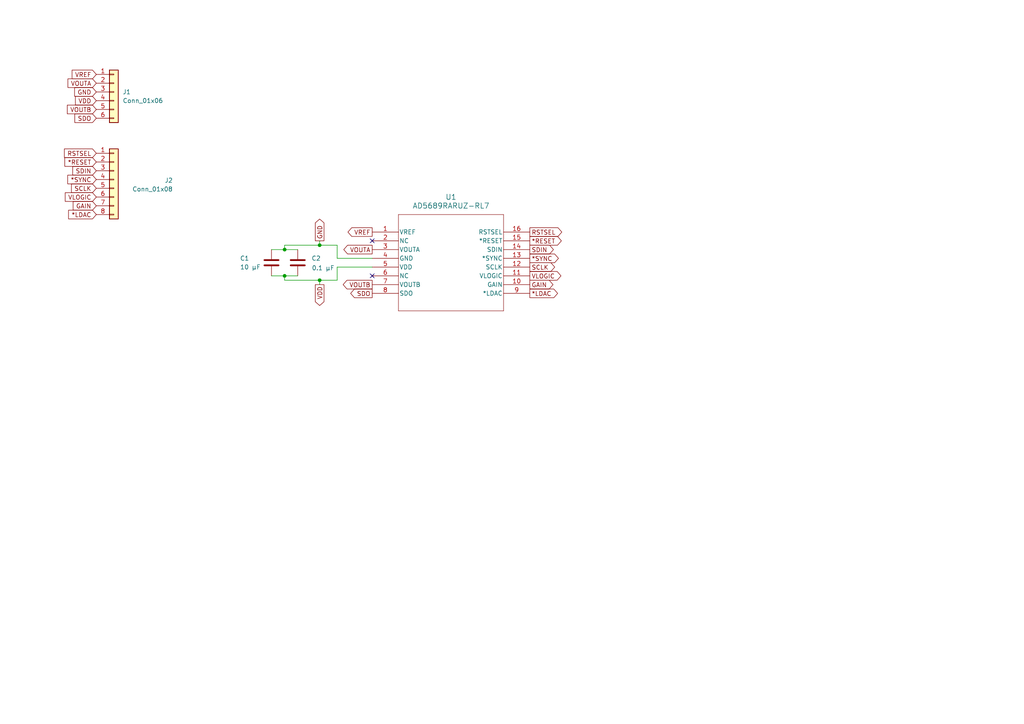
<source format=kicad_sch>
(kicad_sch (version 20250114) (generator "eeschema") (generator_version "9.0")
  (paper "A4")
  (lib_symbols
    (symbol "AD5689RARUZ-RL7_sym_lib:AD5689RARUZ-RL7" (pin_names (offset 0.254))
      (property "Reference" "U" (at 22.86 10.16 0))
      (property "Value" "AD5689RARUZ-RL7" (at 22.86 7.62 0))
      (symbol "AD5689RARUZ-RL7_0_1"
        (polyline (pts (xy 7.62 5.08) (xy 7.62 -22.86)) (stroke (width 0.127)))
        (polyline (pts (xy 7.62 -22.86) (xy 38.1 -22.86)) (stroke (width 0.127)))
        (polyline (pts (xy 38.1 5.08) (xy 7.62 5.08)) (stroke (width 0.127)))
        (polyline (pts (xy 38.1 -22.86) (xy 38.1 5.08)) (stroke (width 0.127)))
        (pin input line (at 0 0 0) (length 7.62) (name "VREF") (number "1"))
        (pin no_connect line (at 0 -2.54 0) (length 7.62) (name "NC") (number "2"))
        (pin output line (at 0 -5.08 0) (length 7.62) (name "VOUTA") (number "3"))
        (pin power_in line (at 0 -7.62 0) (length 7.62) (name "GND") (number "4"))
        (pin power_in line (at 0 -10.16 0) (length 7.62) (name "VDD") (number "5"))
        (pin no_connect line (at 0 -12.7 0) (length 7.62) (name "NC") (number "6"))
        (pin output line (at 0 -15.24 0) (length 7.62) (name "VOUTB") (number "7"))
        (pin output line (at 0 -17.78 0) (length 7.62) (name "SDO") (number "8"))
        (pin unspecified line (at 45.72 0 180) (length 7.62) (name "RSTSEL") (number "16"))
        (pin input line (at 45.72 -2.54 180) (length 7.62) (name "*RESET") (number "15"))
        (pin input line (at 45.72 -5.08 180) (length 7.62) (name "SDIN") (number "14"))
        (pin input line (at 45.72 -7.62 180) (length 7.62) (name "*SYNC") (number "13"))
        (pin input line (at 45.72 -10.16 180) (length 7.62) (name "SCLK") (number "12"))
        (pin power_in line (at 45.72 -12.7 180) (length 7.62) (name "VLOGIC") (number "11"))
        (pin output line (at 45.72 -15.24 180) (length 7.62) (name "GAIN") (number "10"))
        (pin input line (at 45.72 -17.78 180) (length 7.62) (name "*LDAC") (number "9"))
      )
    )
    (symbol "Connector_Generic:Conn_01x06" (pin_names (offset 1.016) (hide yes))
      (property "Reference" "J" (at 0 7.62 0))
      (property "Value" "Conn_01x06" (at 0 -10.16 0))
      (symbol "Conn_01x06_1_1"
        (rectangle (start -1.27 6.35) (end 1.27 -8.89) (stroke (width 0.254)) (fill (type background)))
        (rectangle (start -1.27 5.207) (end 0 4.953) (stroke (width 0.1524)))
        (rectangle (start -1.27 2.667) (end 0 2.413) (stroke (width 0.1524)))
        (rectangle (start -1.27 0.127) (end 0 -0.127) (stroke (width 0.1524)))
        (rectangle (start -1.27 -2.413) (end 0 -2.667) (stroke (width 0.1524)))
        (rectangle (start -1.27 -4.953) (end 0 -5.207) (stroke (width 0.1524)))
        (rectangle (start -1.27 -7.493) (end 0 -7.747) (stroke (width 0.1524)))
        (pin passive line (at -5.08 5.08 0) (length 3.81) (name "Pin_1") (number "1"))
        (pin passive line (at -5.08 2.54 0) (length 3.81) (name "Pin_2") (number "2"))
        (pin passive line (at -5.08 0 0) (length 3.81) (name "Pin_3") (number "3"))
        (pin passive line (at -5.08 -2.54 0) (length 3.81) (name "Pin_4") (number "4"))
        (pin passive line (at -5.08 -5.08 0) (length 3.81) (name "Pin_5") (number "5"))
        (pin passive line (at -5.08 -7.62 0) (length 3.81) (name "Pin_6") (number "6"))
      )
    )
    (symbol "Connector_Generic:Conn_01x08" (pin_names (offset 1.016) (hide yes))
      (property "Reference" "J" (at 0 10.16 0))
      (property "Value" "Conn_01x08" (at 0 -12.7 0))
      (symbol "Conn_01x08_1_1"
        (rectangle (start -1.27 8.89) (end 1.27 -11.43) (stroke (width 0.254)) (fill (type background)))
        (rectangle (start -1.27 7.747) (end 0 7.493) (stroke (width 0.1524)))
        (rectangle (start -1.27 5.207) (end 0 4.953) (stroke (width 0.1524)))
        (rectangle (start -1.27 2.667) (end 0 2.413) (stroke (width 0.1524)))
        (rectangle (start -1.27 0.127) (end 0 -0.127) (stroke (width 0.1524)))
        (rectangle (start -1.27 -2.413) (end 0 -2.667) (stroke (width 0.1524)))
        (rectangle (start -1.27 -4.953) (end 0 -5.207) (stroke (width 0.1524)))
        (rectangle (start -1.27 -7.493) (end 0 -7.747) (stroke (width 0.1524)))
        (rectangle (start -1.27 -10.033) (end 0 -10.287) (stroke (width 0.1524)))
        (pin passive line (at -5.08 7.62 0) (length 3.81) (name "Pin_1") (number "1"))
        (pin passive line (at -5.08 5.08 0) (length 3.81) (name "Pin_2") (number "2"))
        (pin passive line (at -5.08 2.54 0) (length 3.81) (name "Pin_3") (number "3"))
        (pin passive line (at -5.08 0 0) (length 3.81) (name "Pin_4") (number "4"))
        (pin passive line (at -5.08 -2.54 0) (length 3.81) (name "Pin_5") (number "5"))
        (pin passive line (at -5.08 -5.08 0) (length 3.81) (name "Pin_6") (number "6"))
        (pin passive line (at -5.08 -7.62 0) (length 3.81) (name "Pin_7") (number "7"))
        (pin passive line (at -5.08 -10.16 0) (length 3.81) (name "Pin_8") (number "8"))
      )
    )
    (symbol "Device:C" (pin_numbers (hide yes)) (pin_names (offset 0.254))
      (property "Reference" "C" (at 0.635 2.54 0))
      (property "Value" "C" (at 0.635 -2.54 0))
      (symbol "C_0_1"
        (polyline (pts (xy -2.032 0.762) (xy 2.032 0.762)) (stroke (width 0.508)))
        (polyline (pts (xy -2.032 -0.762) (xy 2.032 -0.762)) (stroke (width 0.508)))
      )
      (symbol "C_1_1"
        (pin passive line (at 0 3.81 270) (length 2.794) (name "~") (number "1"))
        (pin passive line (at 0 -3.81 90) (length 2.794) (name "~") (number "2"))
      )
    )
  )
  (junction (at 92.71 81.28))
  (junction (at 82.55 72.39))
  (junction (at 82.55 80.01))
  (junction (at 92.71 71.12))
  (no_connect (at 107.95 69.85))
  (no_connect (at 107.95 80.01))
  (wire (pts (xy 97.79 74.93) (xy 107.95 74.93)))
  (wire (pts (xy 82.55 72.39) (xy 86.36 72.39)))
  (wire (pts (xy 92.71 81.28) (xy 97.79 81.28)))
  (wire (pts (xy 82.55 71.12) (xy 92.71 71.12)))
  (wire (pts (xy 97.79 71.12) (xy 97.79 74.93)))
  (wire (pts (xy 78.74 72.39) (xy 82.55 72.39)))
  (wire (pts (xy 92.71 69.85) (xy 92.71 71.12)))
  (wire (pts (xy 92.71 71.12) (xy 97.79 71.12)))
  (wire (pts (xy 82.55 72.39) (xy 82.55 71.12)))
  (wire (pts (xy 82.55 80.01) (xy 86.36 80.01)))
  (wire (pts (xy 92.71 82.55) (xy 92.71 81.28)))
  (wire (pts (xy 82.55 80.01) (xy 82.55 81.28)))
  (wire (pts (xy 82.55 81.28) (xy 92.71 81.28)))
  (wire (pts (xy 97.79 77.47) (xy 97.79 81.28)))
  (wire (pts (xy 97.79 77.47) (xy 107.95 77.47)))
  (wire (pts (xy 78.74 80.01) (xy 82.55 80.01)))
  (global_label "SCLK" (shape input) (at 27.94 54.61 180) (property "Intersheetrefs" "${INTERSHEET_REFS}" (effects (hide yes))))
  (global_label "*LDAC" (shape output) (at 153.67 85.09 0) (property "Intersheetrefs" "${INTERSHEET_REFS}" (effects (hide yes))))
  (global_label "SDIN" (shape input) (at 27.94 49.53 180) (property "Intersheetrefs" "${INTERSHEET_REFS}" (effects (hide yes))))
  (global_label "GAIN" (shape output) (at 153.67 82.55 0) (property "Intersheetrefs" "${INTERSHEET_REFS}" (effects (hide yes))))
  (global_label "GND" (shape output) (at 92.71 69.85 90) (property "Intersheetrefs" "${INTERSHEET_REFS}" (effects (hide yes))))
  (global_label "*RESET" (shape input) (at 27.94 46.99 180) (property "Intersheetrefs" "${INTERSHEET_REFS}" (effects (hide yes))))
  (global_label "*LDAC" (shape input) (at 27.94 62.23 180) (property "Intersheetrefs" "${INTERSHEET_REFS}" (effects (hide yes))))
  (global_label "VOUTB" (shape input) (at 27.94 31.75 180) (property "Intersheetrefs" "${INTERSHEET_REFS}" (effects (hide yes))))
  (global_label "SCLK" (shape output) (at 153.67 77.47 0) (property "Intersheetrefs" "${INTERSHEET_REFS}" (effects (hide yes))))
  (global_label "VREF" (shape output) (at 107.95 67.31 180) (property "Intersheetrefs" "${INTERSHEET_REFS}" (effects (hide yes))))
  (global_label "*SYNC" (shape input) (at 27.94 52.07 180) (property "Intersheetrefs" "${INTERSHEET_REFS}" (effects (hide yes))))
  (global_label "GAIN" (shape input) (at 27.94 59.69 180) (property "Intersheetrefs" "${INTERSHEET_REFS}" (effects (hide yes))))
  (global_label "VOUTA" (shape input) (at 27.94 24.13 180) (property "Intersheetrefs" "${INTERSHEET_REFS}" (effects (hide yes))))
  (global_label "VOUTA" (shape output) (at 107.95 72.39 180) (property "Intersheetrefs" "${INTERSHEET_REFS}" (effects (hide yes))))
  (global_label "SDO" (shape output) (at 107.95 85.09 180) (property "Intersheetrefs" "${INTERSHEET_REFS}" (effects (hide yes))))
  (global_label "RSTSEL" (shape input) (at 27.94 44.45 180) (property "Intersheetrefs" "${INTERSHEET_REFS}" (effects (hide yes))))
  (global_label "VLOGIC" (shape input) (at 27.94 57.15 180) (property "Intersheetrefs" "${INTERSHEET_REFS}" (effects (hide yes))))
  (global_label "*RESET" (shape output) (at 153.67 69.85 0) (property "Intersheetrefs" "${INTERSHEET_REFS}" (effects (hide yes))))
  (global_label "VLOGIC" (shape output) (at 153.67 80.01 0) (property "Intersheetrefs" "${INTERSHEET_REFS}" (effects (hide yes))))
  (global_label "VDD" (shape input) (at 27.94 29.21 180) (property "Intersheetrefs" "${INTERSHEET_REFS}" (effects (hide yes))))
  (global_label "VDD" (shape output) (at 92.71 82.55 270) (property "Intersheetrefs" "${INTERSHEET_REFS}" (effects (hide yes))))
  (global_label "SDO" (shape input) (at 27.94 34.29 180) (property "Intersheetrefs" "${INTERSHEET_REFS}" (effects (hide yes))))
  (global_label "GND" (shape input) (at 27.94 26.67 180) (property "Intersheetrefs" "${INTERSHEET_REFS}" (effects (hide yes))))
  (global_label "VOUTB" (shape output) (at 107.95 82.55 180) (property "Intersheetrefs" "${INTERSHEET_REFS}" (effects (hide yes))))
  (global_label "SDIN" (shape output) (at 153.67 72.39 0) (property "Intersheetrefs" "${INTERSHEET_REFS}" (effects (hide yes))))
  (global_label "*SYNC" (shape output) (at 153.67 74.93 0) (property "Intersheetrefs" "${INTERSHEET_REFS}" (effects (hide yes))))
  (global_label "VREF" (shape input) (at 27.94 21.59 180) (property "Intersheetrefs" "${INTERSHEET_REFS}" (effects (hide yes))))
  (global_label "RSTSEL" (shape output) (at 153.67 67.31 0) (property "Intersheetrefs" "${INTERSHEET_REFS}" (effects (hide yes))))
  (symbol (lib_id "AD5689RARUZ-RL7_sym_lib:AD5689RARUZ-RL7") (at 107.95 67.31 0) (unit 1)
    (property "Reference" "U1" (at 130.81 57.15 0) (effects (font (size 1.524 1.524))))
    (property "Value" "AD5689RARUZ-RL7" (at 130.81 59.69 0) (effects (font (size 1.524 1.524))))
    (property "Footprint" "RU_16_ADI" (effects (hide yes)))
    (property "Datasheet" "AD5689RARUZ-RL7" (effects (hide yes)))
  )
  (symbol (lib_id "Connector_Generic:Conn_01x06") (at 33.02 26.67 0) (unit 1)
    (property "Reference" "J1" (at 35.56 26.6699 0) (effects (justify left)))
    (property "Value" "Conn_01x06" (at 35.56 29.2099 0) (effects (justify left)))
    (property "Footprint" "Connector_PinHeader_2.54mm:PinHeader_1x06_P2.54mm_Vertical" (effects (hide yes)))
    (property "Description" "Generic connector, single row, 01x06, script generated (kicad-library-utils/schlib/autogen/connector/)" (effects (hide yes)))
  )
  (symbol (lib_id "Device:C") (at 78.74 76.2 180) (unit 1)
    (property "Reference" "C1" (at 69.596 74.93 0) (effects (justify right)))
    (property "Value" "10 μF" (at 69.596 77.47 0) (effects (justify right)))
    (property "Footprint" "Capacitor_SMD:C_0603_1608Metric" (effects (hide yes)))
    (property "Description" "Unpolarized capacitor" (effects (hide yes)))
  )
  (symbol (lib_id "Connector_Generic:Conn_01x08") (at 33.02 52.07 0) (unit 1)
    (property "Reference" "J2" (at 47.752 52.324 0) (effects (justify left)))
    (property "Value" "Conn_01x08" (at 38.354 54.864 0) (effects (justify left)))
    (property "Footprint" "Connector_PinHeader_2.54mm:PinHeader_1x08_P2.54mm_Vertical" (effects (hide yes)))
    (property "Description" "Generic connector, single row, 01x08, script generated (kicad-library-utils/schlib/autogen/connector/)" (effects (hide yes)))
  )
  (symbol (lib_id "Device:C") (at 86.36 76.2 180) (unit 1)
    (property "Reference" "C2" (at 91.694 74.93 0))
    (property "Value" "0.1 μF" (at 93.726 77.724 0))
    (property "Footprint" "Capacitor_SMD:C_0201_0603Metric" (effects (hide yes)))
    (property "Description" "Unpolarized capacitor" (effects (hide yes)))
  )
)
</source>
